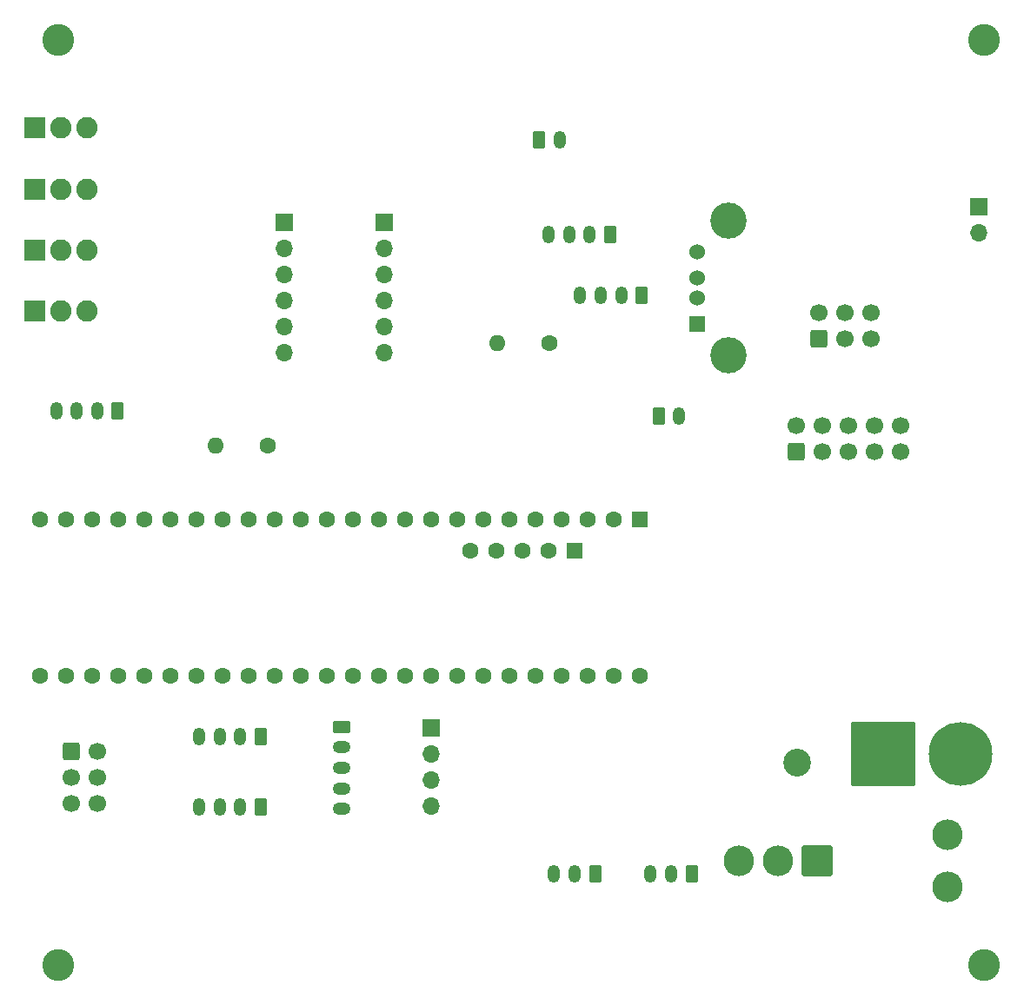
<source format=gbs>
%TF.GenerationSoftware,KiCad,Pcbnew,7.0.7-7.0.7~ubuntu22.04.1*%
%TF.CreationDate,2023-09-24T13:34:32+02:00*%
%TF.ProjectId,Regbot,52656762-6f74-42e6-9b69-6361645f7063,v5.0*%
%TF.SameCoordinates,Original*%
%TF.FileFunction,Soldermask,Bot*%
%TF.FilePolarity,Negative*%
%FSLAX46Y46*%
G04 Gerber Fmt 4.6, Leading zero omitted, Abs format (unit mm)*
G04 Created by KiCad (PCBNEW 7.0.7-7.0.7~ubuntu22.04.1) date 2023-09-24 13:34:32*
%MOMM*%
%LPD*%
G01*
G04 APERTURE LIST*
G04 Aperture macros list*
%AMRoundRect*
0 Rectangle with rounded corners*
0 $1 Rounding radius*
0 $2 $3 $4 $5 $6 $7 $8 $9 X,Y pos of 4 corners*
0 Add a 4 corners polygon primitive as box body*
4,1,4,$2,$3,$4,$5,$6,$7,$8,$9,$2,$3,0*
0 Add four circle primitives for the rounded corners*
1,1,$1+$1,$2,$3*
1,1,$1+$1,$4,$5*
1,1,$1+$1,$6,$7*
1,1,$1+$1,$8,$9*
0 Add four rect primitives between the rounded corners*
20,1,$1+$1,$2,$3,$4,$5,0*
20,1,$1+$1,$4,$5,$6,$7,0*
20,1,$1+$1,$6,$7,$8,$9,0*
20,1,$1+$1,$8,$9,$2,$3,0*%
G04 Aperture macros list end*
%ADD10C,3.100000*%
%ADD11C,1.600000*%
%ADD12O,1.600000X1.600000*%
%ADD13RoundRect,0.250000X-0.350000X-0.625000X0.350000X-0.625000X0.350000X0.625000X-0.350000X0.625000X0*%
%ADD14O,1.200000X1.750000*%
%ADD15R,1.700000X1.700000*%
%ADD16O,1.700000X1.700000*%
%ADD17C,2.700000*%
%ADD18RoundRect,0.101600X1.387500X-1.387500X1.387500X1.387500X-1.387500X1.387500X-1.387500X-1.387500X0*%
%ADD19C,2.978200*%
%ADD20R,1.600000X1.600000*%
%ADD21RoundRect,0.250000X0.350000X0.625000X-0.350000X0.625000X-0.350000X-0.625000X0.350000X-0.625000X0*%
%ADD22RoundRect,0.250000X-0.625000X0.350000X-0.625000X-0.350000X0.625000X-0.350000X0.625000X0.350000X0*%
%ADD23O,1.750000X1.200000*%
%ADD24R,1.524000X1.524000*%
%ADD25C,1.524000*%
%ADD26C,3.530000*%
%ADD27RoundRect,0.101600X-0.939800X-0.939800X0.939800X-0.939800X0.939800X0.939800X-0.939800X0.939800X0*%
%ADD28C,2.082800*%
%ADD29RoundRect,0.250000X0.600000X-0.600000X0.600000X0.600000X-0.600000X0.600000X-0.600000X-0.600000X0*%
%ADD30C,1.700000*%
%ADD31RoundRect,0.101600X-2.999993X2.999993X-2.999993X-2.999993X2.999993X-2.999993X2.999993X2.999993X0*%
%ADD32C,6.203187*%
%ADD33RoundRect,0.250000X-0.600000X-0.600000X0.600000X-0.600000X0.600000X0.600000X-0.600000X0.600000X0*%
G04 APERTURE END LIST*
D10*
X193586100Y-150088600D03*
D11*
X151216738Y-89425188D03*
D12*
X146136738Y-89425188D03*
D13*
X161891586Y-96582090D03*
D14*
X163891586Y-96582090D03*
D15*
X193040000Y-76200000D03*
D16*
X193040000Y-78740000D03*
D13*
X150230982Y-69623706D03*
D14*
X152230982Y-69623706D03*
D10*
X103416100Y-59918600D03*
D17*
X175404512Y-130370956D03*
D18*
X177330100Y-139928600D03*
D19*
X173520100Y-139928600D03*
X169710100Y-139928600D03*
X190030100Y-142468600D03*
X190030100Y-137388600D03*
D20*
X160020000Y-106680000D03*
D11*
X157480000Y-106680000D03*
X154940000Y-106680000D03*
X152400000Y-106680000D03*
X149860000Y-106680000D03*
X147320000Y-106680000D03*
X144780000Y-106680000D03*
X142240000Y-106680000D03*
X139700000Y-106680000D03*
X137160000Y-106680000D03*
X134620000Y-106680000D03*
X132080000Y-106680000D03*
X129540000Y-106680000D03*
X127000000Y-106680000D03*
X124460000Y-106680000D03*
X121920000Y-106680000D03*
X119380000Y-106680000D03*
X116840000Y-106680000D03*
X114300000Y-106680000D03*
X111760000Y-106680000D03*
X109220000Y-106680000D03*
X106680000Y-106680000D03*
X104140000Y-106680000D03*
X101600000Y-106680000D03*
X101600000Y-121920000D03*
X104140000Y-121920000D03*
X106680000Y-121920000D03*
X109220000Y-121920000D03*
X111760000Y-121920000D03*
X114300000Y-121920000D03*
X116840000Y-121920000D03*
X119380000Y-121920000D03*
X121920000Y-121920000D03*
X124460000Y-121920000D03*
X127000000Y-121920000D03*
X129540000Y-121920000D03*
X132080000Y-121920000D03*
X134620000Y-121920000D03*
X137160000Y-121920000D03*
X139700000Y-121920000D03*
X142240000Y-121920000D03*
X144780000Y-121920000D03*
X147320000Y-121920000D03*
X149860000Y-121920000D03*
X152400000Y-121920000D03*
X154940000Y-121920000D03*
X157480000Y-121920000D03*
X160020000Y-121920000D03*
D20*
X153720800Y-109730800D03*
D11*
X151180800Y-109730800D03*
X148640800Y-109730800D03*
X146100800Y-109730800D03*
X143560800Y-109730800D03*
X123806791Y-99432731D03*
D12*
X118726791Y-99432731D03*
D21*
X123142000Y-134662000D03*
D14*
X121142000Y-134662000D03*
X119142000Y-134662000D03*
X117142000Y-134662000D03*
D22*
X130998719Y-126865013D03*
D23*
X130998719Y-128865013D03*
X130998719Y-130865013D03*
X130998719Y-132865013D03*
X130998719Y-134865013D03*
D24*
X165672946Y-87580453D03*
D25*
X165672946Y-85080453D03*
X165672946Y-83080453D03*
X165672946Y-80580453D03*
D26*
X168672946Y-90650453D03*
X168672946Y-77510453D03*
D27*
X101150083Y-80402807D03*
D28*
X103690083Y-80402807D03*
X106230083Y-80402807D03*
D27*
X101150083Y-86360000D03*
D28*
X103690083Y-86360000D03*
X106230083Y-86360000D03*
D29*
X177486357Y-88997326D03*
D30*
X177486357Y-86457326D03*
X180026357Y-88997326D03*
X180026357Y-86457326D03*
X182566357Y-88997326D03*
X182566357Y-86457326D03*
D21*
X109194929Y-96020960D03*
D14*
X107194929Y-96020960D03*
X105194929Y-96020960D03*
X103194929Y-96020960D03*
D21*
X123142000Y-127804000D03*
D14*
X121142000Y-127804000D03*
X119142000Y-127804000D03*
X117142000Y-127804000D03*
D21*
X160236574Y-84829785D03*
D14*
X158236574Y-84829785D03*
X156236574Y-84829785D03*
X154236574Y-84829785D03*
D15*
X135121037Y-77725186D03*
D16*
X135121037Y-80265186D03*
X135121037Y-82805186D03*
X135121037Y-85345186D03*
X135121037Y-87885186D03*
X135121037Y-90425186D03*
D10*
X103416100Y-150088600D03*
D31*
X183794400Y-129540000D03*
D32*
X191294409Y-129540000D03*
D15*
X139700000Y-127000000D03*
D16*
X139700000Y-129540000D03*
X139700000Y-132080000D03*
X139700000Y-134620000D03*
D10*
X193586100Y-59918600D03*
D27*
X101150083Y-74445616D03*
D28*
X103690083Y-74445616D03*
X106230083Y-74445616D03*
D27*
X101150083Y-68488425D03*
D28*
X103690083Y-68488425D03*
X106230083Y-68488425D03*
D15*
X125379151Y-77672566D03*
D16*
X125379151Y-80212566D03*
X125379151Y-82752566D03*
X125379151Y-85292566D03*
X125379151Y-87832566D03*
X125379151Y-90372566D03*
D21*
X155702000Y-141224000D03*
D14*
X153702000Y-141224000D03*
X151702000Y-141224000D03*
D29*
X175289069Y-100004677D03*
D30*
X175289069Y-97464677D03*
X177829069Y-100004677D03*
X177829069Y-97464677D03*
X180369069Y-100004677D03*
X180369069Y-97464677D03*
X182909069Y-100004677D03*
X182909069Y-97464677D03*
X185449069Y-100004677D03*
X185449069Y-97464677D03*
D21*
X165100000Y-141224000D03*
D14*
X163100000Y-141224000D03*
X161100000Y-141224000D03*
D33*
X104666376Y-129215004D03*
D30*
X107206376Y-129215004D03*
X104666376Y-131755004D03*
X107206376Y-131755004D03*
X104666376Y-134295004D03*
X107206376Y-134295004D03*
D21*
X157158828Y-78885885D03*
D14*
X155158828Y-78885885D03*
X153158828Y-78885885D03*
X151158828Y-78885885D03*
M02*

</source>
